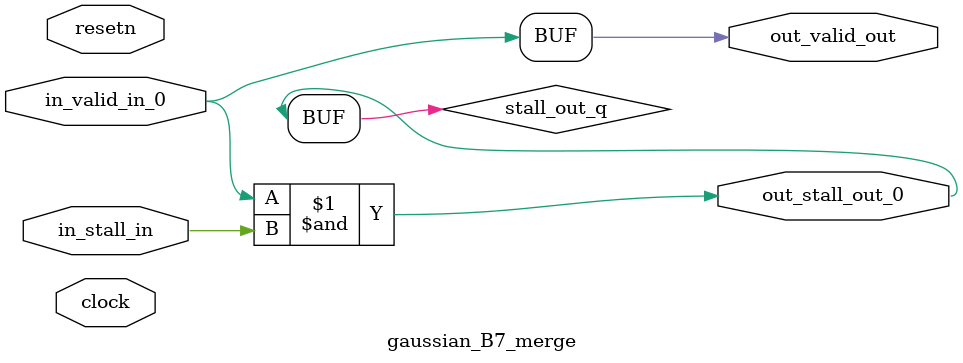
<source format=sv>



(* altera_attribute = "-name AUTO_SHIFT_REGISTER_RECOGNITION OFF; -name MESSAGE_DISABLE 10036; -name MESSAGE_DISABLE 10037; -name MESSAGE_DISABLE 14130; -name MESSAGE_DISABLE 14320; -name MESSAGE_DISABLE 15400; -name MESSAGE_DISABLE 14130; -name MESSAGE_DISABLE 10036; -name MESSAGE_DISABLE 12020; -name MESSAGE_DISABLE 12030; -name MESSAGE_DISABLE 12010; -name MESSAGE_DISABLE 12110; -name MESSAGE_DISABLE 14320; -name MESSAGE_DISABLE 13410; -name MESSAGE_DISABLE 113007; -name MESSAGE_DISABLE 10958" *)
module gaussian_B7_merge (
    input wire [0:0] in_stall_in,
    input wire [0:0] in_valid_in_0,
    output wire [0:0] out_stall_out_0,
    output wire [0:0] out_valid_out,
    input wire clock,
    input wire resetn
    );

    wire [0:0] stall_out_q;


    // stall_out(LOGICAL,6)
    assign stall_out_q = in_valid_in_0 & in_stall_in;

    // out_stall_out_0(GPOUT,4)
    assign out_stall_out_0 = stall_out_q;

    // out_valid_out(GPOUT,5)
    assign out_valid_out = in_valid_in_0;

endmodule

</source>
